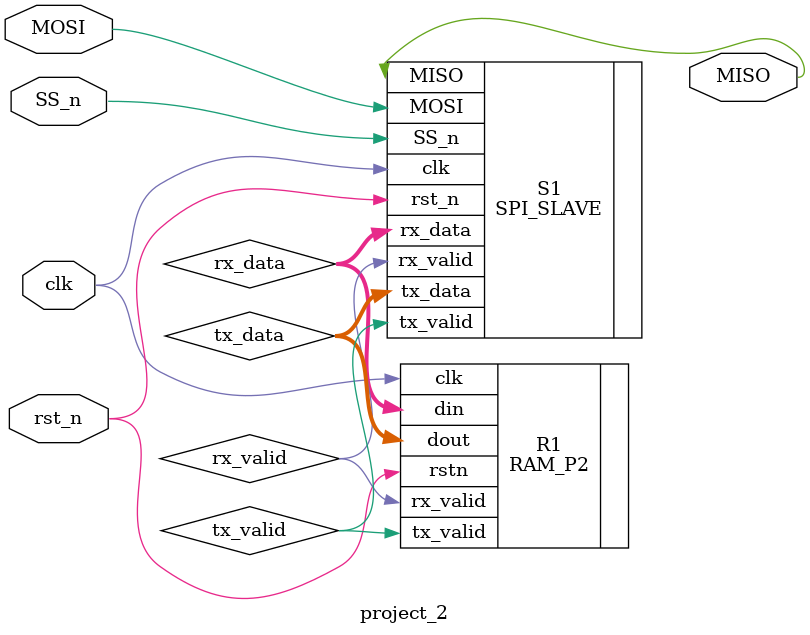
<source format=v>
module project_2 #(
    parameter IDLE      = 'b000,
    parameter CHK_CMD   = 'b001,
    parameter WRITE     = 'b010,
    parameter READ_ADD  = 'b011,
    parameter READ_DATA = 'b100,

    parameter MEM_DEPTH = 'd256,
    parameter ADDR_SIZE = 'd8
) (
    input MOSI,
    input SS_n,clk,rst_n,

    output MISO
);
    wire [9:0]rx_data;
    wire rx_valid,tx_valid;
    wire [7:0]tx_data;

    SPI_SLAVE S1(.MOSI(MOSI),.tx_data(tx_data),.tx_valid(tx_valid),
    .SS_n(SS_n),.clk(clk),.rst_n(rst_n),
    .MISO(MISO),.rx_data(rx_data),.rx_valid(rx_valid));

    RAM_P2 R1(.din(rx_data),.clk(clk),.rstn(rst_n),
    .rx_valid(rx_valid),.tx_valid(tx_valid),.dout(tx_data));
    
endmodule
</source>
